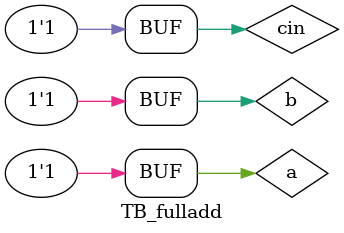
<source format=v>
`timescale 1ns / 1ps

module TB_fulladd();
    reg a,b,cin;
    wire sum_tb,cout_tb;
    
    full_adder FA(a,b,cin,sum_tb,cout_tb);
    initial begin
    a=0; b=0; cin=0; #10
    a=0; b=0; cin=1; #10
    a=0; b=1; cin=0; #10
    a=0; b=1; cin=1; #10
    a=1; b=0; cin=0; #10
    a=1; b=0; cin=1; #10
    a=1; b=1; cin=0; #10
    a=1; b=1; cin=1;   
    end
endmodule

</source>
